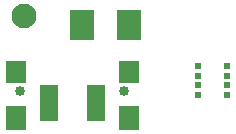
<source format=gts>
G04*
G04 #@! TF.GenerationSoftware,Altium Limited,Altium Designer,22.3.1 (43)*
G04*
G04 Layer_Color=8388736*
%FSLAX44Y44*%
%MOMM*%
G71*
G04*
G04 #@! TF.SameCoordinates,9A4E0D1D-998E-4EB0-AC3D-6FCEA9C2E133*
G04*
G04*
G04 #@! TF.FilePolarity,Negative*
G04*
G01*
G75*
%ADD18R,2.1000X2.5000*%
%ADD19R,1.6000X3.1000*%
%ADD20R,1.7500X2.1000*%
%ADD21R,1.7500X1.9000*%
%ADD22R,0.6000X0.6000*%
%ADD23C,0.8500*%
%ADD24C,2.1000*%
D18*
X109000Y105500D02*
D03*
X69000D02*
D03*
D19*
X40730Y39050D02*
D03*
X80730D02*
D03*
D20*
X12980Y26050D02*
D03*
X108480D02*
D03*
D21*
Y65050D02*
D03*
X12980D02*
D03*
D22*
X191370Y70120D02*
D03*
Y62120D02*
D03*
Y54120D02*
D03*
Y46120D02*
D03*
X167370D02*
D03*
Y54120D02*
D03*
Y62120D02*
D03*
Y70120D02*
D03*
D23*
X16730Y49050D02*
D03*
X104730D02*
D03*
D24*
X20050Y113050D02*
D03*
M02*

</source>
